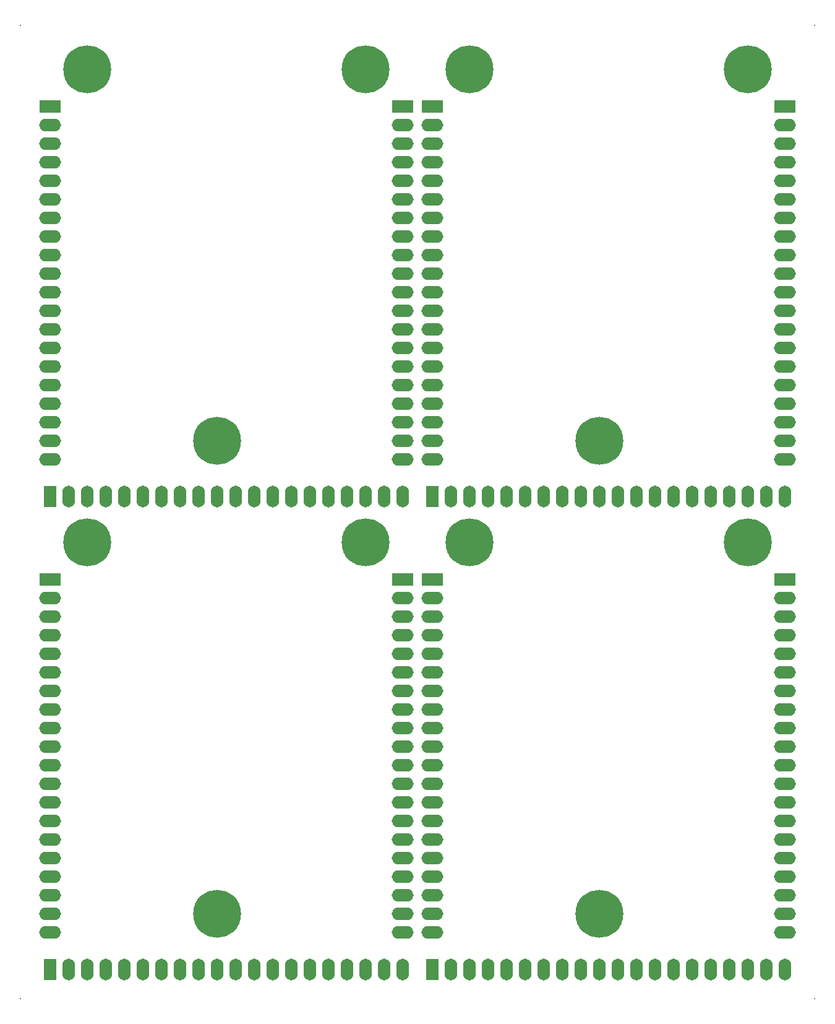
<source format=gbs>
G04 Layer_Color=16711935*
%FSLAX25Y25*%
%MOIN*%
G70*
G01*
G75*
%ADD41C,0.00800*%
%ADD42C,0.25800*%
%ADD43O,0.11800X0.06800*%
%ADD44R,0.11800X0.06800*%
%ADD45O,0.06800X0.11800*%
%ADD46R,0.06800X0.11800*%
D41*
X419874Y516374D02*
D03*
Y-7874D02*
D03*
X-7874D02*
D03*
X-7874Y516374D02*
D03*
D42*
X178000Y238000D02*
D03*
X28000D02*
D03*
X98000Y38000D02*
D03*
X384000Y238000D02*
D03*
X234000D02*
D03*
X304000Y38000D02*
D03*
X178000Y492500D02*
D03*
X28000D02*
D03*
X98000Y292500D02*
D03*
X384000Y492500D02*
D03*
X234000D02*
D03*
X304000Y292500D02*
D03*
D43*
X198000Y28000D02*
D03*
Y38000D02*
D03*
Y48000D02*
D03*
Y58000D02*
D03*
Y68000D02*
D03*
Y78000D02*
D03*
Y88000D02*
D03*
Y98000D02*
D03*
Y108000D02*
D03*
Y118000D02*
D03*
Y128000D02*
D03*
Y138000D02*
D03*
Y148000D02*
D03*
Y158000D02*
D03*
Y168000D02*
D03*
Y178000D02*
D03*
Y188000D02*
D03*
Y198000D02*
D03*
Y208000D02*
D03*
X8000Y28000D02*
D03*
Y38000D02*
D03*
Y48000D02*
D03*
Y58000D02*
D03*
Y68000D02*
D03*
Y78000D02*
D03*
Y88000D02*
D03*
Y98000D02*
D03*
Y108000D02*
D03*
Y118000D02*
D03*
Y128000D02*
D03*
Y138000D02*
D03*
Y148000D02*
D03*
Y158000D02*
D03*
Y168000D02*
D03*
Y178000D02*
D03*
Y188000D02*
D03*
Y198000D02*
D03*
Y208000D02*
D03*
X404000Y28000D02*
D03*
Y38000D02*
D03*
Y48000D02*
D03*
Y58000D02*
D03*
Y68000D02*
D03*
Y78000D02*
D03*
Y88000D02*
D03*
Y98000D02*
D03*
Y108000D02*
D03*
Y118000D02*
D03*
Y128000D02*
D03*
Y138000D02*
D03*
Y148000D02*
D03*
Y158000D02*
D03*
Y168000D02*
D03*
Y178000D02*
D03*
Y188000D02*
D03*
Y198000D02*
D03*
Y208000D02*
D03*
X214000Y28000D02*
D03*
Y38000D02*
D03*
Y48000D02*
D03*
Y58000D02*
D03*
Y68000D02*
D03*
Y78000D02*
D03*
Y88000D02*
D03*
Y98000D02*
D03*
Y108000D02*
D03*
Y118000D02*
D03*
Y128000D02*
D03*
Y138000D02*
D03*
Y148000D02*
D03*
Y158000D02*
D03*
Y168000D02*
D03*
Y178000D02*
D03*
Y188000D02*
D03*
Y198000D02*
D03*
Y208000D02*
D03*
X198000Y282500D02*
D03*
Y292500D02*
D03*
Y302500D02*
D03*
Y312500D02*
D03*
Y322500D02*
D03*
Y332500D02*
D03*
Y342500D02*
D03*
Y352500D02*
D03*
Y362500D02*
D03*
Y372500D02*
D03*
Y382500D02*
D03*
Y392500D02*
D03*
Y402500D02*
D03*
Y412500D02*
D03*
Y422500D02*
D03*
Y432500D02*
D03*
Y442500D02*
D03*
Y452500D02*
D03*
Y462500D02*
D03*
X8000Y282500D02*
D03*
Y292500D02*
D03*
Y302500D02*
D03*
Y312500D02*
D03*
Y322500D02*
D03*
Y332500D02*
D03*
Y342500D02*
D03*
Y352500D02*
D03*
Y362500D02*
D03*
Y372500D02*
D03*
Y382500D02*
D03*
Y392500D02*
D03*
Y402500D02*
D03*
Y412500D02*
D03*
Y422500D02*
D03*
Y432500D02*
D03*
Y442500D02*
D03*
Y452500D02*
D03*
Y462500D02*
D03*
X404000Y282500D02*
D03*
Y292500D02*
D03*
Y302500D02*
D03*
Y312500D02*
D03*
Y322500D02*
D03*
Y332500D02*
D03*
Y342500D02*
D03*
Y352500D02*
D03*
Y362500D02*
D03*
Y372500D02*
D03*
Y382500D02*
D03*
Y392500D02*
D03*
Y402500D02*
D03*
Y412500D02*
D03*
Y422500D02*
D03*
Y432500D02*
D03*
Y442500D02*
D03*
Y452500D02*
D03*
Y462500D02*
D03*
X214000Y282500D02*
D03*
Y292500D02*
D03*
Y302500D02*
D03*
Y312500D02*
D03*
Y322500D02*
D03*
Y332500D02*
D03*
Y342500D02*
D03*
Y352500D02*
D03*
Y362500D02*
D03*
Y372500D02*
D03*
Y382500D02*
D03*
Y392500D02*
D03*
Y402500D02*
D03*
Y412500D02*
D03*
Y422500D02*
D03*
Y432500D02*
D03*
Y442500D02*
D03*
Y452500D02*
D03*
Y462500D02*
D03*
D44*
X198000Y218000D02*
D03*
X8000D02*
D03*
X404000D02*
D03*
X214000D02*
D03*
X198000Y472500D02*
D03*
X8000D02*
D03*
X404000D02*
D03*
X214000D02*
D03*
D45*
X198000Y8000D02*
D03*
X188000D02*
D03*
X178000D02*
D03*
X168000D02*
D03*
X158000D02*
D03*
X148000D02*
D03*
X138000D02*
D03*
X128000D02*
D03*
X118000D02*
D03*
X108000D02*
D03*
X98000D02*
D03*
X88000D02*
D03*
X78000D02*
D03*
X68000D02*
D03*
X58000D02*
D03*
X48000D02*
D03*
X38000D02*
D03*
X28000D02*
D03*
X18000D02*
D03*
X404000D02*
D03*
X394000D02*
D03*
X384000D02*
D03*
X374000D02*
D03*
X364000D02*
D03*
X354000D02*
D03*
X344000D02*
D03*
X334000D02*
D03*
X324000D02*
D03*
X314000D02*
D03*
X304000D02*
D03*
X294000D02*
D03*
X284000D02*
D03*
X274000D02*
D03*
X264000D02*
D03*
X254000D02*
D03*
X244000D02*
D03*
X234000D02*
D03*
X224000D02*
D03*
X198000Y262500D02*
D03*
X188000D02*
D03*
X178000D02*
D03*
X168000D02*
D03*
X158000D02*
D03*
X148000D02*
D03*
X138000D02*
D03*
X128000D02*
D03*
X118000D02*
D03*
X108000D02*
D03*
X98000D02*
D03*
X88000D02*
D03*
X78000D02*
D03*
X68000D02*
D03*
X58000D02*
D03*
X48000D02*
D03*
X38000D02*
D03*
X28000D02*
D03*
X18000D02*
D03*
X404000D02*
D03*
X394000D02*
D03*
X384000D02*
D03*
X374000D02*
D03*
X364000D02*
D03*
X354000D02*
D03*
X344000D02*
D03*
X334000D02*
D03*
X324000D02*
D03*
X314000D02*
D03*
X304000D02*
D03*
X294000D02*
D03*
X284000D02*
D03*
X274000D02*
D03*
X264000D02*
D03*
X254000D02*
D03*
X244000D02*
D03*
X234000D02*
D03*
X224000D02*
D03*
D46*
X8000Y8000D02*
D03*
X214000D02*
D03*
X8000Y262500D02*
D03*
X214000D02*
D03*
M02*

</source>
